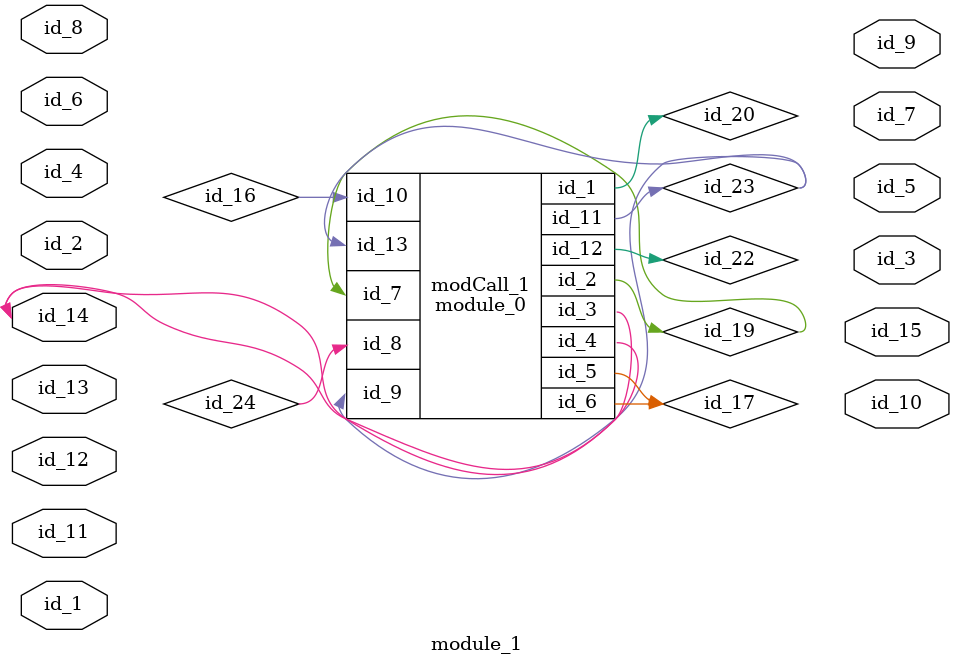
<source format=v>
module module_0 (
    id_1,
    id_2,
    id_3,
    id_4,
    id_5,
    id_6,
    id_7,
    id_8,
    id_9,
    id_10,
    id_11,
    id_12,
    id_13
);
  input wire id_13;
  inout wire id_12;
  output wire id_11;
  input wire id_10;
  input wire id_9;
  input wire id_8;
  input wire id_7;
  inout wire id_6;
  inout wire id_5;
  output wire id_4;
  output wire id_3;
  output wire id_2;
  output wire id_1;
  wire id_14;
  wire id_15;
  assign id_1 = id_15;
  wire id_16;
  assign id_12 = id_12;
endmodule
module module_1 (
    id_1,
    id_2,
    id_3,
    id_4,
    id_5,
    id_6,
    id_7,
    id_8,
    id_9,
    id_10,
    id_11,
    id_12,
    id_13,
    id_14,
    id_15
);
  output wire id_15;
  inout wire id_14;
  inout wire id_13;
  inout wire id_12;
  inout wire id_11;
  output wire id_10;
  output wire id_9;
  inout wire id_8;
  output wire id_7;
  inout wire id_6;
  output wire id_5;
  input wire id_4;
  output wire id_3;
  inout wire id_2;
  input wire id_1;
  specify
    specparam id_16 = 1 - 1;
    (id_17 => id_18) = ((id_12): id_1 - (1 + id_13[1]): id_4, 1  : !id_17  : id_8);
    (id_19 => id_20) = 1;
    $width(posedge id_21, id_14 != id_12);
    (id_22 => id_23) = 1;
    specparam id_24 = id_24;
  endspecify
  module_0 modCall_1 (
      id_20,
      id_19,
      id_14,
      id_14,
      id_17,
      id_17,
      id_19,
      id_24,
      id_23,
      id_16,
      id_23,
      id_22,
      id_23
  );
endmodule

</source>
